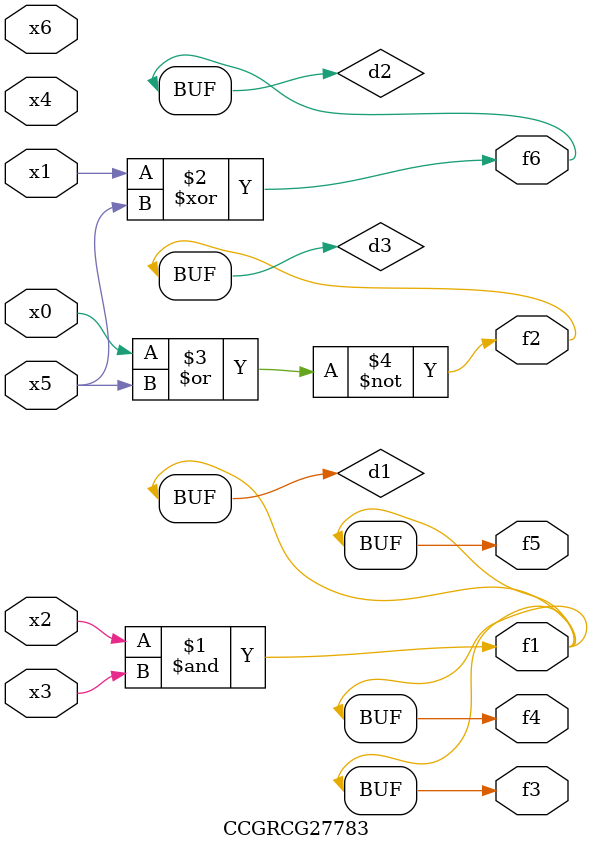
<source format=v>
module CCGRCG27783(
	input x0, x1, x2, x3, x4, x5, x6,
	output f1, f2, f3, f4, f5, f6
);

	wire d1, d2, d3;

	and (d1, x2, x3);
	xor (d2, x1, x5);
	nor (d3, x0, x5);
	assign f1 = d1;
	assign f2 = d3;
	assign f3 = d1;
	assign f4 = d1;
	assign f5 = d1;
	assign f6 = d2;
endmodule

</source>
